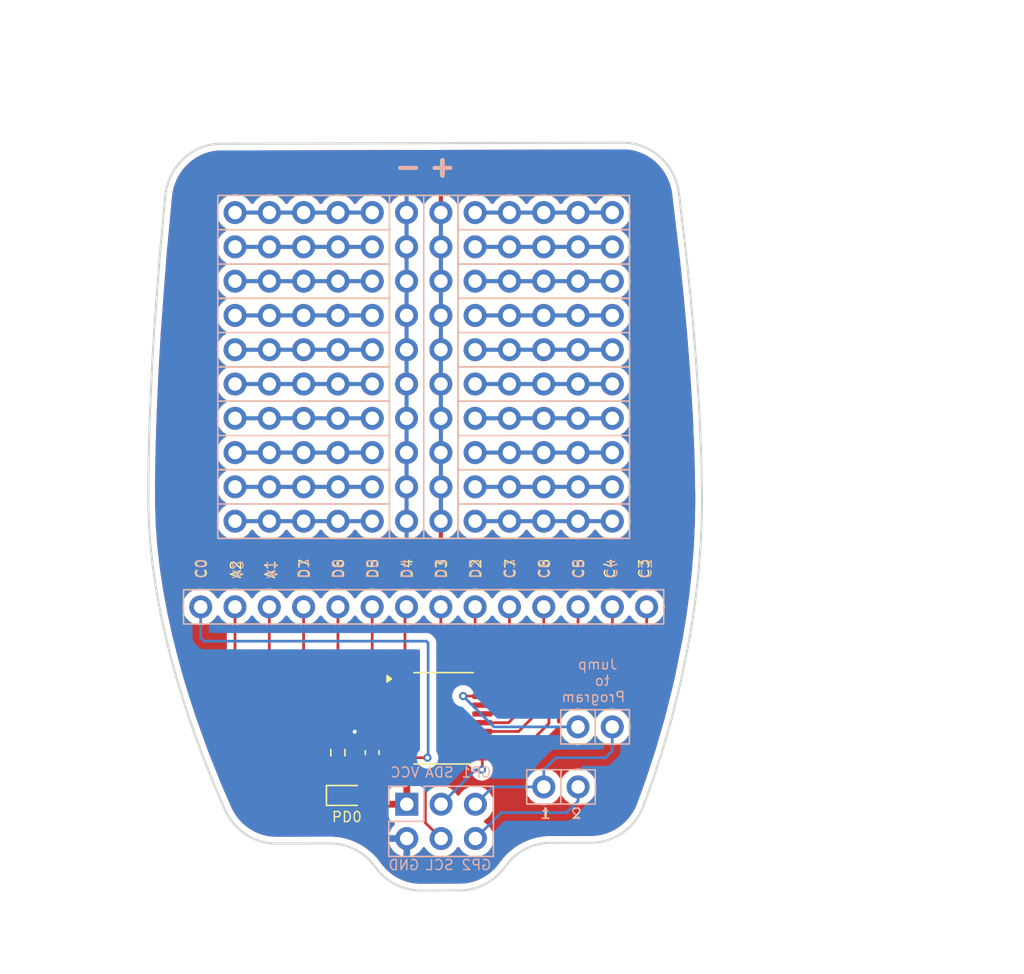
<source format=kicad_pcb>
(kicad_pcb (version 20240108) (generator "pcbnew") (generator_version "8.0")
  (layers (0 "F.Cu" signal) (31 "B.Cu" signal) (34 "B.Paste" user) (35 "F.Paste" user) (36 "B.SilkS" user "B.Silkscreen") (37 "F.SilkS" user "F.Silkscreen") (38 "B.Mask" user) (39 "F.Mask" user) (44 "Edge.Cuts" user))
  (net 0 "")
  (net 1 "GND")
  (net 2 "VCC")
  (net 3 "Net-(D1-K)")
  (net 4 "Net-(J1-SCL)")
  (net 5 "Net-(J1-GPIO1)")
  (net 6 "Net-(J1-SDA)")
  (net 7 "Net-(J1-GPIO2)")
  (net 8 "Net-(J2-Pin_1)")
  (net 9 "/PC0")
  (net 10 "Net-(U1-PD0)")
  (net 11 "/PA1")
  (net 12 "/PA2")
  (net 13 "/PD5")
  (net 14 "/PD4")
  (net 15 "/PD7")
  (net 16 "/PD6")
  (net 17 "/PD2")
  (net 18 "/PD3")
  (net 19 "/PC7")
  (net 20 "/PC5")
  (net 21 "/PC4")
  (net 22 "/PC6")
  (net 23 "/PC3")
  (net 24 "row1")
  (net 25 "row2")
  (net 26 "row3")
  (net 27 "row11")
  (footprint "Capacitor_SMD:C_0603_1608Metric" (layer "F.Cu") (at 139.7 117.475 90)
    (property "Reference" "C1" (hide yes))
    (property "Value" "100 nF" (hide yes))
  )
  (footprint "Library:PinHeader_1x10_P2.54mm_Vertical" (layer "F.Cu") (at 144.785 77.47)
    (property "Reference" "REF**" (hide yes))
    (property "Value" "PinHeader_1x10_P2.54mm_Vertical" (hide yes))
  )
  (footprint "Library:PinHeader_1x05_P2.54mm_Row" (layer "F.Cu") (at 129.545 87.63 90)
    (property "Reference" "REF**" (hide yes))
    (property "Value" "PinHeader_1x05_P2.54mm_Row" (hide yes))
  )
  (footprint "Library:PinHeader_1x05_P2.54mm_Row" (layer "F.Cu") (at 157.48 90.17 -90)
    (property "Reference" "REF**" (hide yes))
    (property "Value" "PinHeader_1x05_P2.54mm_Row" (hide yes))
  )
  (footprint "Library:PinHeader_1x05_P2.54mm_Row" (layer "F.Cu") (at 129.545 77.47 90)
    (property "Reference" "REF**" (hide yes))
    (property "Value" "PinHeader_1x05_P2.54mm_Row" (hide yes))
  )
  (footprint "Library:PinHeader_1x05_P2.54mm_Row" (layer "F.Cu") (at 157.48 77.47 -90)
    (property "Reference" "REF**" (hide yes))
    (property "Value" "PinHeader_1x05_P2.54mm_Row" (hide yes))
  )
  (footprint "Library:PinHeader_1x05_P2.54mm_Row" (layer "F.Cu") (at 129.545 92.71 90)
    (property "Reference" "REF**" (hide yes))
    (property "Value" "PinHeader_1x05_P2.54mm_Row" (hide yes))
  )
  (footprint "Library:PinHeader_1x02_P2.54mm" (layer "F.Cu") (at 154.935 115.57 90)
    (property "Reference" "J2" (hide yes))
    (property "Value" "Programming: Jump Me" (hide yes))
  )
  (footprint "Library:PinHeader_1x05_P2.54mm_Row" (layer "F.Cu") (at 157.48 80.01 -90)
    (property "Reference" "REF**" (hide yes))
    (property "Value" "PinHeader_1x05_P2.54mm_Row" (hide yes))
  )
  (footprint "Library:PinHeader_1x05_P2.54mm_Row" (layer "F.Cu") (at 129.545 80.01 90)
    (property "Reference" "REF**" (hide yes))
    (property "Value" "PinHeader_1x05_P2.54mm_Row" (hide yes))
  )
  (footprint "Library:PinHeader_1x05_P2.54mm_Row" (layer "F.Cu") (at 157.48 97.79 -90)
    (property "Reference" "REF**" (hide yes))
    (property "Value" "PinHeader_1x05_P2.54mm_Row" (hide yes))
  )
  (footprint "Package_SO:TSSOP-20_4.4x6.5mm_P0.65mm" (layer "F.Cu") (at 144.9875 114.935)
    (property "Reference" "U1" (hide yes))
    (property "Value" "CH32V003FxPx" (hide yes))
  )
  (footprint "LED_SMD:LED_0603_1608Metric" (layer "F.Cu") (at 137.795 120.65)
    (property "Reference" "D1" (hide yes))
    (property "Value" "LED" (hide yes))
  )
  (footprint "Library:PinHeader_1x05_P2.54mm_Row" (layer "F.Cu") (at 129.545 100.33 90)
    (property "Reference" "REF**" (hide yes))
    (property "Value" "PinHeader_1x05_P2.54mm_Row" (hide yes))
  )
  (footprint "Library:PinHeader_1x05_P2.54mm_Row" (layer "F.Cu") (at 129.545 97.79 90)
    (property "Reference" "REF**" (hide yes))
    (property "Value" "PinHeader_1x05_P2.54mm_Row" (hide yes))
  )
  (footprint "Library:PinHeader_1x05_P2.54mm_Row" (layer "F.Cu") (at 157.48 87.63 -90)
    (property "Reference" "REF**" (hide yes))
    (property "Value" "PinHeader_1x05_P2.54mm_Row" (hide yes))
  )
  (footprint "Library:PinHeader_1x05_P2.54mm_Row" (layer "F.Cu") (at 157.48 82.55 -90)
    (property "Reference" "REF**" (hide yes))
    (property "Value" "PinHeader_1x05_P2.54mm_Row" (hide yes))
  )
  (footprint "Library:PinHeader_1x05_P2.54mm_Row" (layer "F.Cu") (at 129.545 95.25 90)
    (property "Reference" "REF**" (hide yes))
    (property "Value" "PinHeader_1x05_P2.54mm_Row" (hide yes))
  )
  (footprint "Library:PinHeader_1x10_P2.54mm_Vertical" (layer "F.Cu") (at 142.245 77.47)
    (property "Reference" "REF**" (hide yes))
    (property "Value" "PinHeader_1x10_P2.54mm_Vertical" (hide yes))
  )
  (footprint "Library:PinHeader_1x05_P2.54mm_Row" (layer "F.Cu") (at 157.48 95.25 -90)
    (property "Reference" "REF**" (hide yes))
    (property "Value" "PinHeader_1x05_P2.54mm_Row" (hide yes))
  )
  (footprint "Library:PinHeader_1x05_P2.54mm_Row" (layer "F.Cu") (at 157.48 100.33 -90)
    (property "Reference" "REF**" (hide yes))
    (property "Value" "PinHeader_1x05_P2.54mm_Row" (hide yes))
  )
  (footprint "Library:PinHeader_1x14_P2.54mm" (layer "F.Cu") (at 127 106.68 90)
    (property "Reference" "J4" (hide yes))
    (property "Value" "Jumpers" (hide yes))
  )
  (footprint "Library:PinHeader_1x05_P2.54mm_Row" (layer "F.Cu") (at 129.545 82.55 90)
    (property "Reference" "REF**" (hide yes))
    (property "Value" "PinHeader_1x05_P2.54mm_Row" (hide yes))
  )
  (footprint "Resistor_SMD:R_0603_1608Metric" (layer "F.Cu") (at 137.16 117.475 90)
    (property "Reference" "R2" (hide yes))
    (property "Value" "R" (hide yes))
  )
  (footprint "Library:PinHeader_1x05_P2.54mm_Row" (layer "F.Cu") (at 129.545 85.09 90)
    (property "Reference" "REF**" (hide yes))
    (property "Value" "PinHeader_1x05_P2.54mm_Row" (hide yes))
  )
  (footprint "Library:PinHeader_1x05_P2.54mm_Row" (layer "F.Cu") (at 157.48 85.09 -90)
    (property "Reference" "REF**" (hide yes))
    (property "Value" "PinHeader_1x05_P2.54mm_Row" (hide yes))
  )
  (footprint "Library:PinHeader_1x05_P2.54mm_Row" (layer "F.Cu") (at 157.48 92.71 -90)
    (property "Reference" "REF**" (hide yes))
    (property "Value" "PinHeader_1x05_P2.54mm_Row" (hide yes))
  )
  (footprint "Library:PinHeader_1x02_P2.54mm" (layer "F.Cu") (at 154.945 120.015 -90)
    (property "Reference" "J3" (hide yes))
    (property "Value" "GPIOs" (hide yes))
  )
  (footprint "Library:PinHeader_1x05_P2.54mm_Row" (layer "F.Cu") (at 129.545 90.17 90)
    (property "Reference" "REF**" (hide yes))
    (property "Value" "PinHeader_1x05_P2.54mm_Row" (hide yes))
  )
  (footprint "Connector_PinHeader_2.54mm:PinHeader_2x03_P2.54mm_Vertical" (layer "B.Cu") (at 142.26 121.3 -90)
    (property "Reference" "J1" (hide yes))
    (property "Value" "Simple_Addon_v2" (hide yes))
  )
  (gr_poly (pts (xy 158.459941 72.293969) (xy 158.653203 72.30732) (xy 158.844173 72.329715) (xy 159.032635 72.360959) (xy 159.218371 72.400857) (xy 159.401163 72.449214) (xy 159.580794 72.505835) (xy 159.757046 72.570525) (xy 159.929701 72.64309) (xy 160.098542 72.723333) (xy 160.263351 72.811062) (xy 160.423911 72.906079) (xy 160.580005 73.008192) (xy 160.731414 73.117203) (xy 160.877921 73.23292) (xy 161.019308 73.355147) (xy 161.155358 73.483688) (xy 161.285854 73.618349) (xy 161.410577 73.758936) (xy 161.52931 73.905252) (xy 161.641836 74.057104) (xy 161.747937 74.214296) (xy 161.847395 74.376633) (xy 161.939993 74.54392) (xy 162.025514 74.715964) (xy 162.103739 74.892567) (xy 162.174451 75.073537) (xy 162.237433 75.258677) (xy 162.292466 75.447793) (xy 162.339334 75.640689) (xy 162.377819 75.837172) (xy 162.407703 76.037046) (xy 162.946338 80.577331) (xy 163.229136 83.289779) (xy 163.498952 86.210444) (xy 163.739313 89.274336) (xy 163.933743 92.416466) (xy 164.065768 95.571843) (xy 164.118911 98.675477) (xy 164.092185 100.505656) (xy 164.006197 102.303671) (xy 163.866677 104.064721) (xy 163.679358 105.784005) (xy 163.449971 107.456721) (xy 163.184249 109.078068) (xy 162.566727 112.147449) (xy 161.872647 114.953736) (xy 161.147864 117.458519) (xy 160.438234 119.623386) (xy 159.789611 121.409927) (xy 159.728103 121.562897) (xy 159.661437 121.712447) (xy 159.589744 121.858485) (xy 159.513158 122.000917) (xy 159.431811 122.139651) (xy 159.345836 122.274593) (xy 159.255365 122.405651) (xy 159.16053 122.532732) (xy 159.061465 122.655742) (xy 158.958301 122.77459) (xy 158.851171 122.889182) (xy 158.740208 122.999425) (xy 158.625545 123.105226) (xy 158.507313 123.206493) (xy 158.385645 123.303132) (xy 158.260674 123.395051) (xy 158.132533 123.482157) (xy 158.001353 123.564356) (xy 157.867268 123.641556) (xy 157.73041 123.713664) (xy 157.590911 123.780588) (xy 157.448904 123.842233) (xy 157.304522 123.898508) (xy 157.157897 123.949319) (xy 157.009161 123.994573) (xy 156.858448 124.034178) (xy 156.705889 124.068041) (xy 156.551617 124.096068) (xy 156.395764 124.118168) (xy 156.238464 124.134246) (xy 156.079849 124.14421) (xy 155.920051 124.147968) (xy 152.900209 124.154842) (xy 152.662741 124.1626) (xy 152.427488 124.184127) (xy 152.194944 124.219173) (xy 151.965603 124.267484) (xy 151.739957 124.328811) (xy 151.518501 124.402901) (xy 151.301727 124.489503) (xy 151.090129 124.588365) (xy 150.884201 124.699236) (xy 150.684436 124.821865) (xy 150.491327 124.956) (xy 150.305368 125.101389) (xy 150.127053 125.257781) (xy 149.956875 125.424925) (xy 149.795326 125.602569) (xy 149.642902 125.790462) (xy 149.450305 126.045963) (xy 149.297836 126.234486) (xy 149.136179 126.412675) (xy 148.965841 126.58028) (xy 148.787332 126.737048) (xy 148.60116 126.882729) (xy 148.407834 127.017072) (xy 148.207863 127.139824) (xy 148.001755 127.250736) (xy 147.790018 127.349554) (xy 147.573162 127.436029) (xy 147.351696 127.509909) (xy 147.126126 127.570943) (xy 146.896964 127.618879) (xy 146.664716 127.653467) (xy 146.429892 127.674454) (xy 146.193 127.68159) (xy 143.287164 127.689689) (xy 143.040016 127.682801) (xy 142.795199 127.660956) (xy 142.553273 127.624437) (xy 142.314796 127.573529) (xy 142.080327 127.508515) (xy 141.850426 127.429679) (xy 141.62565 127.337304) (xy 141.40656 127.231675) (xy 141.193714 127.113075) (xy 140.987671 126.981788) (xy 140.78899 126.838097) (xy 140.59823 126.682287) (xy 140.41595 126.514641) (xy 140.242709 126.335443) (xy 140.079065 126.144977) (xy 139.925578 125.943527) (xy 139.772699 125.742083) (xy 139.609581 125.551622) (xy 139.436785 125.372429) (xy 139.254869 125.204787) (xy 139.064393 125.048981) (xy 138.865914 124.905292) (xy 138.659992 124.774007) (xy 138.447187 124.655407) (xy 138.228056 124.549778) (xy 138.00316 124.457402) (xy 137.773056 124.378564) (xy 137.538304 124.313547) (xy 137.299462 124.262635) (xy 137.057091 124.226112) (xy 136.811748 124.204262) (xy 136.563993 124.197368) (xy 132.593954 124.208324) (xy 132.291316 124.197791) (xy 131.993015 124.165091) (xy 131.700002 124.110825) (xy 131.413227 124.035597) (xy 131.133641 123.940009) (xy 130.862194 123.824662) (xy 130.599837 123.690161) (xy 130.34752 123.537106) (xy 130.106194 123.3661) (xy 129.876809 123.177746) (xy 129.660316 122.972647) (xy 129.457666 122.751404) (xy 129.269808 122.514619) (xy 129.097694 122.262896) (xy 128.942274 121.996837) (xy 128.804499 121.717044) (xy 127.998353 119.852769) (xy 127.092416 117.575318) (xy 126.150226 114.948175) (xy 125.685392 113.523308) (xy 125.235322 112.034825) (xy 124.807959 110.49066) (xy 124.411245 108.89875) (xy 124.053121 107.267031) (xy 123.741532 105.603436) (xy 123.484418 103.915903) (xy 123.289723 102.212366) (xy 123.165389 100.500761) (xy 123.119358 98.789024) (xy 123.147206 95.621085) (xy 123.237102 92.43914) (xy 123.376532 89.300154) (xy 123.552979 86.261091) (xy 123.966861 80.710592) (xy 124.378622 76.243357) (xy 124.403695 76.0389) (xy 124.437707 75.837747) (xy 124.480436 75.640105) (xy 124.53166 75.446183) (xy 124.591158 75.256189) (xy 124.658707 75.07033) (xy 124.734087 74.888814) (xy 124.817076 74.71185) (xy 124.907452 74.539645) (xy 125.004994 74.372407) (xy 125.109479 74.210343) (xy 125.220687 74.053663) (xy 125.338396 73.902573) (xy 125.462383 73.757281) (xy 125.592428 73.617996) (xy 125.728309 73.484925) (xy 125.869804 73.358277) (xy 126.016692 73.238258) (xy 126.168751 73.125077) (xy 126.325759 73.018943) (xy 126.487495 72.920062) (xy 126.653737 72.828642) (xy 126.824264 72.744892) (xy 126.998854 72.66902) (xy 127.177285 72.601232) (xy 127.359335 72.541738) (xy 127.544784 72.490745) (xy 127.733409 72.448461) (xy 127.92499 72.415094) (xy 128.119303 72.390851) (xy 128.316128 72.375941) (xy 128.515243 72.370572) (xy 158.264606 72.289856)) (stroke (width 0.165255)) (fill none) (layer "Edge.Cuts"))
  (gr_text "+" (at 146.05 74.93 0) (layer "B.SilkS") (effects (font (size 1.5 1.5) (thickness 0.3) (bold yes)) (justify left bottom mirror)))
  (gr_text "GP2\n" (at 148.59 126.238 0) (layer "B.SilkS") (effects (font (size 0.75 0.75) (thickness 0.1)) (justify left bottom mirror)))
  (gr_text "C4" (at 156.972 104.648 -90) (layer "B.SilkS") (effects (font (size 0.75 0.75) (thickness 0.1)) (justify left bottom mirror)))
  (gr_text "C5\n" (at 154.432 104.648 -90) (layer "B.SilkS") (effects (font (size 0.75 0.75) (thickness 0.1)) (justify left bottom mirror)))
  (gr_text "A1" (at 131.826 104.648 -90) (layer "B.SilkS") (effects (font (size 0.75 0.75) (thickness 0.1)) (justify left bottom mirror)))
  (gr_text "C6" (at 151.892 104.648 -90) (layer "B.SilkS") (effects (font (size 0.75 0.75) (thickness 0.1)) (justify left bottom mirror)))
  (gr_text "GND\n" (at 143.256 126.238 0) (layer "B.SilkS") (effects (font (size 0.75 0.75) (thickness 0.1)) (justify left bottom mirror)))
  (gr_text "SDA" (at 145.796 119.38 0) (layer "B.SilkS") (effects (font (size 0.75 0.75) (thickness 0.1)) (justify left bottom mirror)))
  (gr_text "C0" (at 126.492 104.648 -90) (layer "B.SilkS") (effects (font (size 0.75 0.75) (thickness 0.1)) (justify left bottom mirror)))
  (gr_text "A2" (at 129.286 104.648 -90) (layer "B.SilkS") (effects (font (size 0.75 0.75) (thickness 0.1)) (justify left bottom mirror)))
  (gr_text "1" (at 152.908 122.428 0) (layer "B.SilkS") (effects (font (size 0.75 0.75) (thickness 0.1)) (justify left bottom mirror)))
  (gr_text "C7" (at 149.352 104.648 -90) (layer "B.SilkS") (effects (font (size 0.75 0.75) (thickness 0.1)) (justify left bottom mirror)))
  (gr_text "GP1\n" (at 148.59 119.38 0) (layer "B.SilkS") (effects (font (size 0.75 0.75) (thickness 0.1)) (justify left bottom mirror)))
  (gr_text "D3" (at 144.272 104.648 -90) (layer "B.SilkS") (effects (font (size 0.75 0.75) (thickness 0.1)) (justify left bottom mirror)))
  (gr_text "VCC\n" (at 143.256 119.38 0) (layer "B.SilkS") (effects (font (size 0.75 0.75) (thickness 0.1)) (justify left bottom mirror)))
  (gr_text "-" (at 143.51 74.93 0) (layer "B.SilkS") (effects (font (size 1.5 1.5) (thickness 0.3) (bold yes)) (justify left bottom mirror)))
  (gr_text "SCL" (at 145.796 126.238 0) (layer "B.SilkS") (effects (font (size 0.75 0.75) (thickness 0.1)) (justify left bottom mirror)))
  (gr_text "D4" (at 141.732 104.648 -90) (layer "B.SilkS") (effects (font (size 0.75 0.75) (thickness 0.1)) (justify left bottom mirror)))
  (gr_text "D2" (at 146.812 104.648 -90) (layer "B.SilkS") (effects (font (size 0.75 0.75) (thickness 0.1)) (justify left bottom mirror)))
  (gr_text "D6" (at 136.652 104.648 -90) (layer "B.SilkS") (effects (font (size 0.75 0.75) (thickness 0.1)) (justify left bottom mirror)))
  (gr_text "C3" (at 159.512 104.648 -90) (layer "B.SilkS") (effects (font (size 0.75 0.75) (thickness 0.1)) (justify left bottom mirror)))
  (gr_text "2" (at 155.194 122.428 0) (layer "B.SilkS") (effects (font (size 0.75 0.75) (thickness 0.1)) (justify left bottom mirror)))
  (gr_text "D5" (at 139.192 104.648 -90) (layer "B.SilkS") (effects (font (size 0.75 0.75) (thickness 0.1)) (justify left bottom mirror)))
  (gr_text "D7" (at 134.112 104.648 -90) (layer "B.SilkS") (effects (font (size 0.75 0.75) (thickness 0.1)) (justify left bottom mirror)))
  (gr_text " Jump\n  to\nProgram" (at 158.496 113.792 0) (layer "B.SilkS") (effects (font (size 0.75 0.75) (thickness 0.1)) (justify left bottom mirror)))
  (gr_text "C6" (at 152.908 104.648 90) (layer "F.SilkS") (effects (font (size 0.75 0.75) (thickness 0.1)) (justify left bottom)))
  (gr_text "C4" (at 157.734 104.648 90) (layer "F.SilkS") (effects (font (size 0.75 0.75) (thickness 0.1)) (justify left bottom)))
  (gr_text "A1" (at 132.588 104.648 90) (layer "F.SilkS") (effects (font (size 0.75 0.75) (thickness 0.1)) (justify left bottom)))
  (gr_text "+" (at 143.764 74.93 0) (layer "F.SilkS") (effects (font (size 1.5 1.5) (thickness 0.3) (bold yes)) (justify left bottom)))
  (gr_text "D6" (at 137.668 104.648 90) (layer "F.SilkS") (effects (font (size 0.75 0.75) (thickness 0.1)) (justify left bottom)))
  (gr_text "C0" (at 127.508 104.648 90) (layer "F.SilkS") (effects (font (size 0.75 0.75) (thickness 0.1)) (justify left bottom)))
  (gr_text "-" (at 141.224 74.93 0) (layer "F.SilkS") (effects (font (size 1.5 1.5) (thickness 0.3) (bold yes)) (justify left bottom)))
  (gr_text "D2" (at 147.828 104.648 90) (layer "F.SilkS") (effects (font (size 0.75 0.75) (thickness 0.1)) (justify left bottom)))
  (gr_text "2\n" (at 154.432 122.428 0) (layer "F.SilkS") (effects (font (size 0.75 0.75) (thickness 0.1)) (justify left bottom)))
  (gr_text "C7" (at 150.368 104.648 90) (layer "F.SilkS") (effects (font (size 0.75 0.75) (thickness 0.1)) (justify left bottom)))
  (gr_text "D7" (at 135.128 104.648 90) (layer "F.SilkS") (effects (font (size 0.75 0.75) (thickness 0.1)) (justify left bottom)))
  (gr_text "C5\n" (at 155.448 104.648 90) (layer "F.SilkS") (effects (font (size 0.75 0.75) (thickness 0.1)) (justify left bottom)))
  (gr_text "D5" (at 140.208 104.648 90) (layer "F.SilkS") (effects (font (size 0.75 0.75) (thickness 0.1)) (justify left bottom)))
  (gr_text "D4" (at 142.748 104.648 90) (layer "F.SilkS") (effects (font (size 0.75 0.75) (thickness 0.1)) (justify left bottom)))
  (gr_text "D3" (at 145.288 104.648 90) (layer "F.SilkS") (effects (font (size 0.75 0.75) (thickness 0.1)) (justify left bottom)))
  (gr_text "PD0" (at 136.652 122.682 0) (layer "F.SilkS") (effects (font (size 0.75 0.75) (thickness 0.1)) (justify left bottom)))
  (gr_text "C3" (at 160.274 104.648 90) (layer "F.SilkS") (effects (font (size 0.75 0.75) (thickness 0.1)) (justify left bottom)))
  (gr_text "1" (at 152.146 122.428 0) (layer "F.SilkS") (effects (font (size 0.75 0.75) (thickness 0.1)) (justify left bottom)))
  (gr_text "A2" (at 130.048 104.648 90) (layer "F.SilkS") (effects (font (size 0.75 0.75) (thickness 0.1)) (justify left bottom)))
  (segment (start 157.48 90.17) (end 154.94 90.17) (width 0.3048) (layer "B.Cu") (net 0))
  (segment (start 154.94 97.79) (end 157.48 97.79) (width 0.3048) (layer "B.Cu") (net 0))
  (segment (start 132.085 95.25) (end 129.545 95.25) (width 0.3048) (layer "B.Cu") (net 0))
  (segment (start 152.4 87.63) (end 154.94 87.63) (width 0.3048) (layer "B.Cu") (net 0))
  (segment (start 147.32 82.55) (end 149.86 82.55) (width 0.3048) (layer "B.Cu") (net 0))
  (segment (start 157.48 95.25) (end 154.94 95.25) (width 0.3048) (layer "B.Cu") (net 0))
  (segment (start 137.165 97.79) (end 139.705 97.79) (width 0.3048) (layer "B.Cu") (net 0))
  (segment (start 134.625 100.33) (end 132.085 100.33) (width 0.3048) (layer "B.Cu") (net 0))
  (segment (start 134.625 97.79) (end 137.165 97.79) (width 0.3048) (layer "B.Cu") (net 0))
  (segment (start 147.32 87.63) (end 149.86 87.63) (width 0.3048) (layer "B.Cu") (net 0))
  (segment (start 154.94 90.17) (end 152.4 90.17) (width 0.3048) (layer "B.Cu") (net 0))
  (segment (start 154.94 92.71) (end 157.48 92.71) (width 0.3048) (layer "B.Cu") (net 0))
  (segment (start 129.545 87.63) (end 132.085 87.63) (width 0.3048) (layer "B.Cu") (net 0))
  (segment (start 139.705 95.25) (end 137.165 95.25) (width 0.3048) (layer "B.Cu") (net 0))
  (segment (start 134.625 87.63) (end 137.165 87.63) (width 0.3048) (layer "B.Cu") (net 0))
  (segment (start 132.085 90.17) (end 129.545 90.17) (width 0.3048) (layer "B.Cu") (net 0))
  (segment (start 149.86 100.33) (end 147.32 100.33) (width 0.3048) (layer "B.Cu") (net 0))
  (segment (start 157.48 100.33) (end 154.94 100.33) (width 0.3048) (layer "B.Cu") (net 0))
  (segment (start 129.545 92.71) (end 132.085 92.71) (width 0.3048) (layer "B.Cu") (net 0))
  (segment (start 147.32 80.01) (end 149.86 80.01) (width 0.3048) (layer "B.Cu") (net 0))
  (segment (start 137.165 85.09) (end 134.625 85.09) (width 0.3048) (layer "B.Cu") (net 0))
  (segment (start 149.86 87.63) (end 152.4 87.63) (width 0.3048) (layer "B.Cu") (net 0))
  (segment (start 154.94 100.33) (end 152.4 100.33) (width 0.3048) (layer "B.Cu") (net 0))
  (segment (start 152.4 97.79) (end 154.94 97.79) (width 0.3048) (layer "B.Cu") (net 0))
  (segment (start 137.165 100.33) (end 134.625 100.33) (width 0.3048) (layer "B.Cu") (net 0))
  (segment (start 149.86 82.55) (end 152.4 82.55) (width 0.3048) (layer "B.Cu") (net 0))
  (segment (start 139.705 85.09) (end 137.165 85.09) (width 0.3048) (layer "B.Cu") (net 0))
  (segment (start 134.625 95.25) (end 132.085 95.25) (width 0.3048) (layer "B.Cu") (net 0))
  (segment (start 137.165 95.25) (end 134.625 95.25) (width 0.3048) (layer "B.Cu") (net 0))
  (segment (start 149.86 85.09) (end 147.32 85.09) (width 0.3048) (layer "B.Cu") (net 0))
  (segment (start 137.165 87.63) (end 139.705 87.63) (width 0.3048) (layer "B.Cu") (net 0))
  (segment (start 152.4 82.55) (end 154.94 82.55) (width 0.3048) (layer "B.Cu") (net 0))
  (segment (start 137.165 92.71) (end 139.705 92.71) (width 0.3048) (layer "B.Cu") (net 0))
  (segment (start 154.94 85.09) (end 152.4 85.09) (width 0.3048) (layer "B.Cu") (net 0))
  (segment (start 147.32 92.71) (end 149.86 92.71) (width 0.3048) (layer "B.Cu") (net 0))
  (segment (start 139.705 90.17) (end 137.165 90.17) (width 0.3048) (layer "B.Cu") (net 0))
  (segment (start 157.48 80.01) (end 154.94 80.01) (width 0.3048) (layer "B.Cu") (net 0))
  (segment (start 149.86 90.17) (end 147.32 90.17) (width 0.3048) (layer "B.Cu") (net 0))
  (segment (start 157.48 85.09) (end 154.94 85.09) (width 0.3048) (layer "B.Cu") (net 0))
  (segment (start 152.4 92.71) (end 154.94 92.71) (width 0.3048) (layer "B.Cu") (net 0))
  (segment (start 152.4 85.09) (end 149.86 85.09) (width 0.3048) (layer "B.Cu") (net 0))
  (segment (start 149.86 97.79) (end 152.4 97.79) (width 0.3048) (layer "B.Cu") (net 0))
  (segment (start 129.545 97.79) (end 132.085 97.79) (width 0.3048) (layer "B.Cu") (net 0))
  (segment (start 154.94 80.01) (end 152.4 80.01) (width 0.3048) (layer "B.Cu") (net 0))
  (segment (start 154.94 82.55) (end 157.48 82.55) (width 0.3048) (layer "B.Cu") (net 0))
  (segment (start 139.705 100.33) (end 137.165 100.33) (width 0.3048) (layer "B.Cu") (net 0))
  (segment (start 132.085 87.63) (end 134.625 87.63) (width 0.3048) (layer "B.Cu") (net 0))
  (segment (start 132.085 85.09) (end 129.545 85.09) (width 0.3048) (layer "B.Cu") (net 0))
  (segment (start 134.625 85.09) (end 132.085 85.09) (width 0.3048) (layer "B.Cu") (net 0))
  (segment (start 147.32 97.79) (end 149.86 97.79) (width 0.3048) (layer "B.Cu") (net 0))
  (segment (start 137.165 90.17) (end 134.625 90.17) (width 0.3048) (layer "B.Cu") (net 0))
  (segment (start 132.085 92.71) (end 134.625 92.71) (width 0.3048) (layer "B.Cu") (net 0))
  (segment (start 152.4 100.33) (end 149.86 100.33) (width 0.3048) (layer "B.Cu") (net 0))
  (segment (start 132.085 97.79) (end 134.625 97.79) (width 0.3048) (layer "B.Cu") (net 0))
  (segment (start 149.86 92.71) (end 152.4 92.71) (width 0.3048) (layer "B.Cu") (net 0))
  (segment (start 152.4 95.25) (end 149.86 95.25) (width 0.3048) (layer "B.Cu") (net 0))
  (segment (start 134.625 92.71) (end 137.165 92.71) (width 0.3048) (layer "B.Cu") (net 0))
  (segment (start 152.4 90.17) (end 149.86 90.17) (width 0.3048) (layer "B.Cu") (net 0))
  (segment (start 154.94 87.63) (end 157.48 87.63) (width 0.3048) (layer "B.Cu") (net 0))
  (segment (start 134.625 90.17) (end 132.085 90.17) (width 0.3048) (layer "B.Cu") (net 0))
  (segment (start 132.085 100.33) (end 129.545 100.33) (width 0.3048) (layer "B.Cu") (net 0))
  (segment (start 154.94 95.25) (end 152.4 95.25) (width 0.3048) (layer "B.Cu") (net 0))
  (segment (start 149.86 95.25) (end 147.32 95.25) (width 0.3048) (layer "B.Cu") (net 0))
  (segment (start 152.4 80.01) (end 149.86 80.01) (width 0.3048) (layer "B.Cu") (net 0))
  (segment (start 140.49 115.91) (end 139.7 116.7) (width 0.3048) (layer "F.Cu") (net 1))
  (segment (start 139.179 116.7) (end 138.4046 115.9256) (width 0.3048) (layer "F.Cu") (net 1))
  (segment (start 142.125 115.91) (end 140.49 115.91) (width 0.3048) (layer "F.Cu") (net 1))
  (segment (start 139.179 116.7) (end 139.7 116.7) (width 0.3048) (layer "F.Cu") (net 1))
  (via (at 138.4046 115.9256) (size 0.6) (drill 0.3) (layers "F.Cu" "B.Cu") (net 1))
  (segment (start 142.245 85.09) (end 142.245 87.63) (width 0.3048) (layer "B.Cu") (net 1))
  (segment (start 142.245 100.33) (end 142.245 103.3068) (width 0.3048) (layer "B.Cu") (net 1))
  (segment (start 142.245 77.47) (end 142.245 74.4932) (width 0.3048) (layer "B.Cu") (net 1))
  (segment (start 142.245 74.4932) (end 142.367 74.3712) (width 0.3048) (layer "B.Cu") (net 1))
  (segment (start 142.245 90.17) (end 142.245 92.71) (width 0.3048) (layer "B.Cu") (net 1))
  (segment (start 142.245 87.63) (end 142.245 90.17) (width 0.3048) (layer "B.Cu") (net 1))
  (segment (start 142.245 82.55) (end 142.245 85.09) (width 0.3048) (layer "B.Cu") (net 1))
  (segment (start 142.245 92.71) (end 142.245 95.25) (width 0.3048) (layer "B.Cu") (net 1))
  (segment (start 142.245 103.3068) (end 142.2654 103.3272) (width 0.3048) (layer "B.Cu") (net 1))
  (segment (start 142.245 80.01) (end 142.245 82.55) (width 0.3048) (layer "B.Cu") (net 1))
  (segment (start 142.245 103.3068) (end 142.2654 103.3272) (width 0.3048) (layer "B.Cu") (net 1))
  (segment (start 142.245 97.79) (end 142.245 100.33) (width 0.3048) (layer "B.Cu") (net 1))
  (segment (start 142.245 77.47) (end 142.245 80.01) (width 0.3048) (layer "B.Cu") (net 1))
  (segment (start 142.245 95.25) (end 142.245 97.79) (width 0.3048) (layer "B.Cu") (net 1))
  (segment (start 142.26 121.3) (end 139.2325 121.3) (width 0.3048) (layer "F.Cu") (net 2))
  (segment (start 144.785 102.9258) (end 144.8054 102.9462) (width 0.3048) (layer "F.Cu") (net 2))
  (segment (start 144.785 74.5286) (end 144.7292 74.4728) (width 0.3048) (layer "F.Cu") (net 2))
  (segment (start 144.785 77.47) (end 144.785 74.5286) (width 0.3048) (layer "F.Cu") (net 2))
  (segment (start 144.785 102.9258) (end 144.8054 102.9462) (width 0.3048) (layer "F.Cu") (net 2))
  (segment (start 144.785 100.33) (end 144.785 102.9258) (width 0.3048) (layer "F.Cu") (net 2))
  (segment (start 139.94617 118.25) (end 139.7 118.25) (width 0.3048) (layer "F.Cu") (net 2))
  (segment (start 140.98617 117.21) (end 139.94617 118.25) (width 0.3048) (layer "F.Cu") (net 2))
  (segment (start 142.125 117.21) (end 140.98617 117.21) (width 0.3048) (layer "F.Cu") (net 2))
  (segment (start 139.2325 121.3) (end 138.5825 120.65) (width 0.3048) (layer "F.Cu") (net 2))
  (segment (start 144.785 87.63) (end 144.785 85.09) (width 0.3048) (layer "B.Cu") (net 2))
  (segment (start 144.785 85.09) (end 144.785 82.55) (width 0.3048) (layer "B.Cu") (net 2))
  (segment (start 144.907 92.837) (end 144.785 92.959) (width 0.3048) (layer "B.Cu") (net 2))
  (segment (start 144.785 92.959) (end 144.785 95.25) (width 0.3048) (layer "B.Cu") (net 2))
  (segment (start 144.785 100.33) (end 144.785 97.79) (width 0.3048) (layer "B.Cu") (net 2))
  (segment (start 144.785 90.17) (end 144.785 87.63) (width 0.3048) (layer "B.Cu") (net 2))
  (segment (start 144.785 92.71) (end 144.785 90.17) (width 0.3048) (layer "B.Cu") (net 2))
  (segment (start 144.785 92.715) (end 144.907 92.837) (width 0.3048) (layer "B.Cu") (net 2))
  (segment (start 144.785 92.71) (end 144.785 92.715) (width 0.3048) (layer "B.Cu") (net 2))
  (segment (start 144.785 97.79) (end 144.785 95.25) (width 0.3048) (layer "B.Cu") (net 2))
  (segment (start 144.785 80.01) (end 144.785 77.47) (width 0.3048) (layer "B.Cu") (net 2))
  (segment (start 144.785 82.55) (end 144.785 80.01) (width 0.3048) (layer "B.Cu") (net 2))
  (segment (start 137.0075 120.65) (end 137.0075 118.4525) (width 0.3048) (layer "F.Cu") (net 3))
  (segment (start 137.0075 118.4525) (end 137.16 118.3) (width 0.3048) (layer "F.Cu") (net 3))
  (segment (start 147.85 117.21) (end 146.569 117.21) (width 0.2032) (layer "F.Cu") (net 4))
  (segment (start 146.569 117.21) (end 143.637 120.142) (width 0.2032) (layer "F.Cu") (net 4))
  (segment (start 143.637 120.142) (end 143.637 122.677) (width 0.2032) (layer "F.Cu") (net 4))
  (segment (start 143.637 122.677) (end 144.8 123.84) (width 0.2032) (layer "F.Cu") (net 4))
  (segment (start 147.34 121.3) (end 148.625 120.015) (width 0.2032) (layer "B.Cu") (net 5))
  (segment (start 157.475 117.353) (end 157.475 115.57) (width 0.2032) (layer "B.Cu") (net 5))
  (segment (start 156.972 117.856) (end 157.475 117.353) (width 0.2032) (layer "B.Cu") (net 5))
  (segment (start 152.405 118.74) (end 153.289 117.856) (width 0.2032) (layer "B.Cu") (net 5))
  (segment (start 152.405 120.015) (end 152.405 118.74) (width 0.2032) (layer "B.Cu") (net 5))
  (segment (start 153.289 117.856) (end 156.972 117.856) (width 0.2032) (layer "B.Cu") (net 5))
  (segment (start 148.625 120.015) (end 152.405 120.015) (width 0.2032) (layer "B.Cu") (net 5))
  (segment (start 147.85 118.723) (end 147.828 118.745) (width 0.2032) (layer "F.Cu") (net 6))
  (segment (start 147.85 117.86) (end 147.85 118.723) (width 0.2032) (layer "F.Cu") (net 6))
  (via (at 147.828 118.745) (size 0.6) (drill 0.3) (layers "F.Cu" "B.Cu") (net 6))
  (segment (start 144.8 121.3) (end 147.355 118.745) (width 0.2032) (layer "B.Cu") (net 6))
  (segment (start 147.355 118.745) (end 147.828 118.745) (width 0.2032) (layer "B.Cu") (net 6))
  (segment (start 147.34 123.84) (end 147.609 123.571) (width 0.1524) (layer "F.Cu") (net 7))
  (segment (start 154.945 121.0682) (end 154.945 120.015) (width 0.2032) (layer "B.Cu") (net 7))
  (segment (start 149.26 121.92) (end 154.0932 121.92) (width 0.2032) (layer "B.Cu") (net 7))
  (segment (start 154.0932 121.92) (end 154.945 121.0682) (width 0.2032) (layer "B.Cu") (net 7))
  (segment (start 147.34 123.84) (end 149.26 121.92) (width 0.2032) (layer "B.Cu") (net 7))
  (segment (start 146.431 113.284) (end 147.824 113.284) (width 0.2032) (layer "F.Cu") (net 8))
  (segment (start 147.824 113.284) (end 147.85 113.31) (width 0.2032) (layer "F.Cu") (net 8))
  (via (at 146.431 113.284) (size 0.6) (drill 0.3) (layers "F.Cu" "B.Cu") (net 8))
  (segment (start 148.717 115.57) (end 146.431 113.284) (width 0.2032) (layer "B.Cu") (net 8))
  (segment (start 154.935 115.57) (end 148.717 115.57) (width 0.2032) (layer "B.Cu") (net 8))
  (segment (start 143.7894 117.856) (end 142.129 117.856) (width 0.2032) (layer "F.Cu") (net 9))
  (segment (start 142.129 117.856) (end 142.125 117.86) (width 0.2032) (layer "F.Cu") (net 9))
  (via (at 143.7894 117.856) (size 0.6) (drill 0.3) (layers "F.Cu" "B.Cu") (net 9))
  (segment (start 127.254 109.22) (end 127 108.966) (width 0.2032) (layer "B.Cu") (net 9))
  (segment (start 132.207 109.22) (end 127.254 109.22) (width 0.2032) (layer "B.Cu") (net 9))
  (segment (start 143.8402 109.347) (end 143.8402 117.8052) (width 0.2032) (layer "B.Cu") (net 9))
  (segment (start 143.7132 109.22) (end 143.8402 109.347) (width 0.2032) (layer "B.Cu") (net 9))
  (segment (start 132.207 109.22) (end 143.7132 109.22) (width 0.2032) (layer "B.Cu") (net 9))
  (segment (start 127 108.966) (end 127 106.68) (width 0.2032) (layer "B.Cu") (net 9))
  (segment (start 143.8402 117.8052) (end 143.7894 117.856) (width 0.2032) (layer "B.Cu") (net 9))
  (segment (start 140.163838 117.4262) (end 137.9362 117.4262) (width 0.1524) (layer "F.Cu") (net 10))
  (segment (start 140.163838 117.4262) (end 141.030038 116.56) (width 0.1524) (layer "F.Cu") (net 10))
  (segment (start 141.030038 116.56) (end 142.125 116.56) (width 0.1524) (layer "F.Cu") (net 10))
  (segment (start 137.9362 117.4262) (end 137.16 116.65) (width 0.1524) (layer "F.Cu") (net 10))
  (segment (start 142.125 114.61) (end 134.168 114.61) (width 0.2032) (layer "F.Cu") (net 11))
  (segment (start 134.168 114.61) (end 132.08 112.522) (width 0.2032) (layer "F.Cu") (net 11))
  (segment (start 132.08 112.522) (end 132.08 106.68) (width 0.2032) (layer "F.Cu") (net 11))
  (segment (start 142.125 115.26) (end 131.643 115.26) (width 0.2032) (layer "F.Cu") (net 12))
  (segment (start 131.643 115.26) (end 129.54 113.157) (width 0.2032) (layer "F.Cu") (net 12))
  (segment (start 129.54 113.157) (end 129.54 106.68) (width 0.2032) (layer "F.Cu") (net 12))
  (segment (start 139.7 111.506) (end 139.7 106.68) (width 0.2032) (layer "F.Cu") (net 13))
  (segment (start 142.125 112.66) (end 141.387501 112.66) (width 0.2032) (layer "F.Cu") (net 13))
  (segment (start 141.376501 112.649) (end 140.843 112.649) (width 0.2032) (layer "F.Cu") (net 13))
  (segment (start 140.843 112.649) (end 139.7 111.506) (width 0.2032) (layer "F.Cu") (net 13))
  (segment (start 141.387501 112.66) (end 141.376501 112.649) (width 0.2032) (layer "F.Cu") (net 13))
  (segment (start 142.125 106.795) (end 142.24 106.68) (width 0.2032) (layer "F.Cu") (net 14))
  (segment (start 142.125 112.01) (end 142.125 106.795) (width 0.2032) (layer "F.Cu") (net 14))
  (segment (start 142.125 113.96) (end 136.439 113.96) (width 0.2032) (layer "F.Cu") (net 15))
  (segment (start 134.62 112.141) (end 134.62 106.68) (width 0.2032) (layer "F.Cu") (net 15))
  (segment (start 136.439 113.96) (end 134.62 112.141) (width 0.2032) (layer "F.Cu") (net 15))
  (segment (start 137.16 111.125) (end 137.16 106.68) (width 0.2032) (layer "F.Cu") (net 16))
  (segment (start 142.125 113.31) (end 139.345 113.31) (width 0.2032) (layer "F.Cu") (net 16))
  (segment (start 139.345 113.31) (end 137.16 111.125) (width 0.2032) (layer "F.Cu") (net 16))
  (segment (start 149.225 111.125) (end 147.32 109.22) (width 0.2032) (layer "F.Cu") (net 17))
  (segment (start 147.85 112.66) (end 148.833 112.66) (width 0.2032) (layer "F.Cu") (net 17))
  (segment (start 149.225 112.268) (end 149.225 111.125) (width 0.2032) (layer "F.Cu") (net 17))
  (segment (start 147.32 109.22) (end 147.32 106.68) (width 0.2032) (layer "F.Cu") (net 17))
  (segment (start 148.833 112.66) (end 149.225 112.268) (width 0.2032) (layer "F.Cu") (net 17))
  (segment (start 145.284 112.01) (end 144.78 111.506) (width 0.2032) (layer "F.Cu") (net 18))
  (segment (start 144.78 111.506) (end 144.78 106.68) (width 0.2032) (layer "F.Cu") (net 18))
  (segment (start 147.85 112.01) (end 145.284 112.01) (width 0.2032) (layer "F.Cu") (net 18))
  (segment (start 148.587499 113.96) (end 149.86 112.687499) (width 0.2032) (layer "F.Cu") (net 19))
  (segment (start 149.86 112.687499) (end 149.86 106.68) (width 0.2032) (layer "F.Cu") (net 19))
  (segment (start 147.85 113.96) (end 148.587499 113.96) (width 0.2032) (layer "F.Cu") (net 19))
  (segment (start 154.178 108.966) (end 154.94 108.966) (width 0.2032) (layer "F.Cu") (net 20))
  (segment (start 149.789 115.26) (end 151.384 113.665) (width 0.2032) (layer "F.Cu") (net 20))
  (segment (start 154.94 108.966) (end 154.94 106.68) (width 0.2032) (layer "F.Cu") (net 20))
  (segment (start 151.384 111.76) (end 154.178 108.966) (width 0.2032) (layer "F.Cu") (net 20))
  (segment (start 151.384 113.665) (end 151.384 111.76) (width 0.2032) (layer "F.Cu") (net 20))
  (segment (start 147.85 115.26) (end 149.789 115.26) (width 0.2032) (layer "F.Cu") (net 20))
  (segment (start 152.527 112.268) (end 155.956 112.268) (width 0.2032) (layer "F.Cu") (net 21))
  (segment (start 152.019 112.776) (end 152.527 112.268) (width 0.2032) (layer "F.Cu") (net 21))
  (segment (start 157.48 110.744) (end 157.48 106.68) (width 0.2032) (layer "F.Cu") (net 21))
  (segment (start 155.956 112.268) (end 157.48 110.744) (width 0.2032) (layer "F.Cu") (net 21))
  (segment (start 152.019 114.427) (end 152.019 112.776) (width 0.2032) (layer "F.Cu") (net 21))
  (segment (start 147.85 115.91) (end 150.536 115.91) (width 0.2032) (layer "F.Cu") (net 21))
  (segment (start 150.536 115.91) (end 152.019 114.427) (width 0.2032) (layer "F.Cu") (net 21))
  (segment (start 152.4 109.093) (end 152.4 106.68) (width 0.2032) (layer "F.Cu") (net 22))
  (segment (start 147.85 114.61) (end 149.169 114.61) (width 0.2032) (layer "F.Cu") (net 22))
  (segment (start 150.8125 112.9665) (end 150.8125 110.6805) (width 0.2032) (layer "F.Cu") (net 22))
  (segment (start 149.169 114.61) (end 150.8125 112.9665) (width 0.2032) (layer "F.Cu") (net 22))
  (segment (start 150.8125 110.6805) (end 152.4 109.093) (width 0.2032) (layer "F.Cu") (net 22))
  (segment (start 157.48 113.157) (end 160.02 110.617) (width 0.2032) (layer "F.Cu") (net 23))
  (segment (start 160.02 110.617) (end 160.02 106.68) (width 0.2032) (layer "F.Cu") (net 23))
  (segment (start 152.781 113.157) (end 157.48 113.157) (width 0.2032) (layer "F.Cu") (net 23))
  (segment (start 152.781 115.316) (end 152.781 113.157) (width 0.2032) (layer "F.Cu") (net 23))
  (segment (start 151.537 116.56) (end 152.781 115.316) (width 0.2032) (layer "F.Cu") (net 23))
  (segment (start 147.85 116.56) (end 151.537 116.56) (width 0.2032) (layer "F.Cu") (net 23))
  (segment (start 137.165 77.47) (end 139.705 77.47) (width 0.3048) (layer "B.Cu") (net 24))
  (segment (start 129.545 77.47) (end 132.085 77.47) (width 0.3048) (layer "B.Cu") (net 24))
  (segment (start 134.625 77.47) (end 137.165 77.47) (width 0.3048) (layer "B.Cu") (net 24))
  (segment (start 132.085 77.47) (end 134.625 77.47) (width 0.3048) (layer "B.Cu") (net 24))
  (segment (start 129.545 80.01) (end 132.085 80.01) (width 0.3048) (layer "B.Cu") (net 25))
  (segment (start 137.165 80.01) (end 134.625 80.01) (width 0.3048) (layer "B.Cu") (net 25))
  (segment (start 134.625 80.01) (end 132.085 80.01) (width 0.3048) (layer "B.Cu") (net 25))
  (segment (start 139.705 80.01) (end 137.165 80.01) (width 0.3048) (layer "B.Cu") (net 25))
  (segment (start 129.545 82.55) (end 129.545 82.545) (width 0.3048) (layer "B.Cu") (net 26))
  (segment (start 132.085 82.55) (end 134.625 82.55) (width 0.3048) (layer "B.Cu") (net 26))
  (segment (start 129.667 82.423) (end 129.794 82.55) (width 0.3048) (layer "B.Cu") (net 26))
  (segment (start 137.165 82.55) (end 139.705 82.55) (width 0.3048) (layer "B.Cu") (net 26))
  (segment (start 129.545 82.545) (end 129.667 82.423) (width 0.3048) (layer "B.Cu") (net 26))
  (segment (start 134.625 82.55) (end 137.165 82.55) (width 0.3048) (layer "B.Cu") (net 26))
  (segment (start 129.794 82.55) (end 132.085 82.55) (width 0.3048) (layer "B.Cu") (net 26))
  (segment (start 147.32 77.47) (end 149.86 77.47) (width 0.3048) (layer "B.Cu") (net 27))
  (segment (start 154.94 77.47) (end 157.48 77.47) (width 0.3048) (layer "B.Cu") (net 27))
  (segment (start 149.86 77.47) (end 152.4 77.47) (width 0.3048) (layer "B.Cu") (net 27))
  (segment (start 152.4 77.47) (end 154.94 77.47) (width 0.3048) (layer "B.Cu") (net 27))
  (zone (net 2) (net_name "VCC") (layer "F.Cu") (connect_pads (clearance 0.5)) (min_thickness 0.25) (fill yes (thermal_gap 0.5) (thermal_bridge_width 0.5))
    (polygon (pts (xy 122.428 71.374) (xy 117.856 100.838) (xy 128.651 129.54) (xy 162.941 129.54) (xy 168.783 107.188) (xy 165.227 70.612) (xy 125.222 71.374)))
  )
  (zone (net 0) (net_name "") (layer "F.Cu") (connect_pads (clearance 0)) (min_thickness 0.25)
    (keepout (tracks allowed) (vias allowed) (pads allowed) (copperpour not_allowed) (footprints allowed))
    (fill (thermal_gap 0.5) (thermal_bridge_width 0.5))
    (polygon (pts (xy 138.176 118.11) (xy 138.176 119.888) (xy 137.414 119.888) (xy 137.414 118.872)))
  )
  (zone (net 1) (net_name "GND") (layer "B.Cu") (priority 1) (connect_pads (clearance 0.5)) (min_thickness 0.25) (fill yes (thermal_gap 0.5) (thermal_bridge_width 0.5))
    (polygon (pts (xy 118.745 67.437) (xy 112.141 106.299) (xy 129.413 133.858) (xy 173.228 133.223) (xy 187.96 92.202) (xy 169.926 61.722)))
  )
)
</source>
